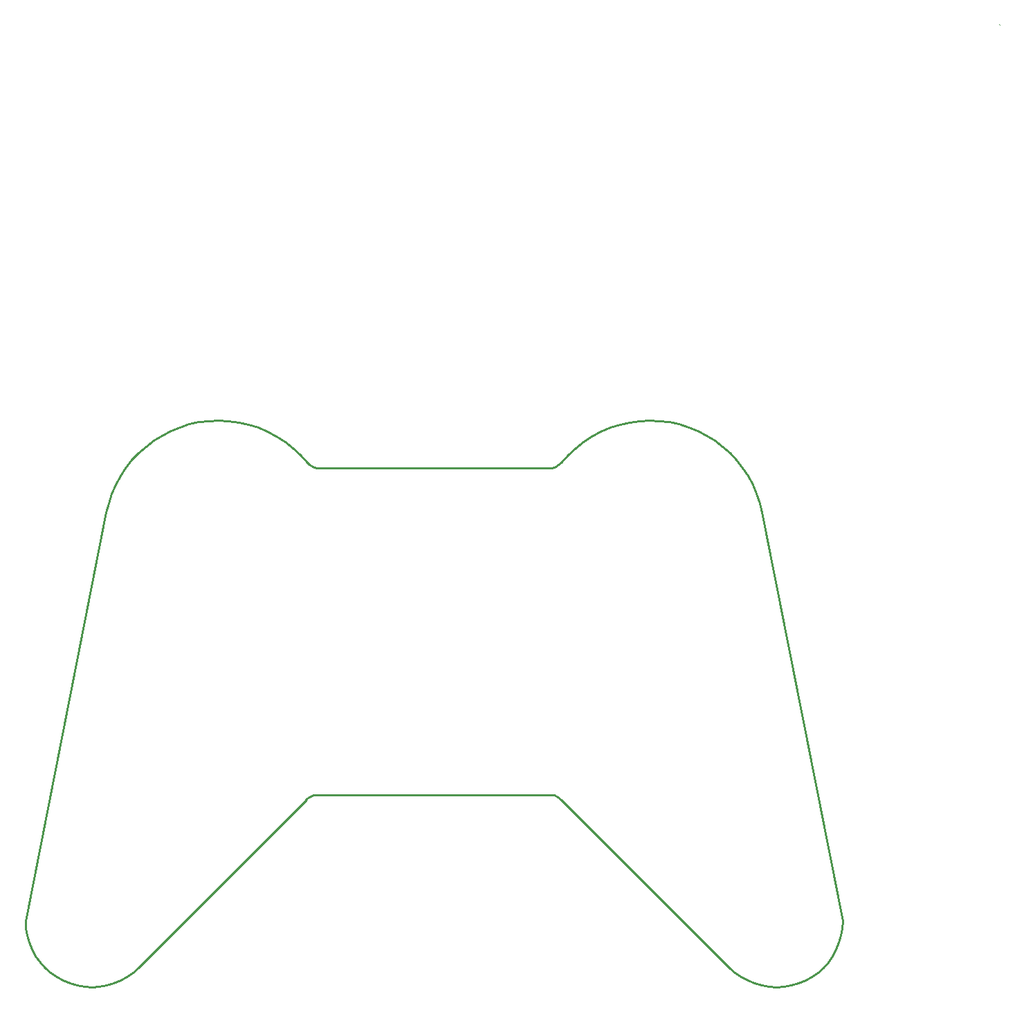
<source format=gko>
G04 Layer_Color=16711935*
%FSLAX25Y25*%
%MOIN*%
G70*
G01*
G75*
%ADD10C,0.01000*%
%ADD43C,0.00394*%
D10*
X374426Y408700D02*
X484769D01*
X372699Y408892D02*
X374426Y408700D01*
X371056Y409458D02*
X372699Y408892D01*
X369577Y410370D02*
X371056Y409458D01*
X368334Y411585D02*
X369577Y410370D01*
X365082Y415216D02*
X368334Y411585D01*
X361522Y418545D02*
X365082Y415216D01*
X357682Y421547D02*
X361522Y418545D01*
X353592Y424198D02*
X357682Y421547D01*
X349283Y426477D02*
X353592Y424198D01*
X344790Y428367D02*
X349283Y426477D01*
X340147Y429852D02*
X344790Y428367D01*
X335392Y430921D02*
X340147Y429852D01*
X330560Y431566D02*
X335392Y430921D01*
X325691Y431781D02*
X330560Y431566D01*
X320957Y431578D02*
X325691Y431781D01*
X316258Y430968D02*
X320957Y431578D01*
X311629Y429957D02*
X316258Y430968D01*
X307104Y428553D02*
X311629Y429957D01*
X302716Y426765D02*
X307104Y428553D01*
X298498Y424607D02*
X302716Y426765D01*
X294481Y422094D02*
X298498Y424607D01*
X290695Y419246D02*
X294481Y422094D01*
X287167Y416083D02*
X290695Y419246D01*
X283924Y412628D02*
X287167Y416083D01*
X280989Y408908D02*
X283924Y412628D01*
X278385Y404950D02*
X280989Y408908D01*
X276130Y400783D02*
X278385Y404950D01*
X274242Y396437D02*
X276130Y400783D01*
X272734Y391945D02*
X274242Y396437D01*
X271617Y387341D02*
X272734Y391945D01*
X232747Y190490D02*
X271617Y387341D01*
X232747Y190490D02*
X232948Y186916D01*
X233548Y183387D01*
X234539Y179947D01*
X235908Y176640D01*
X237640Y173507D01*
X239711Y170587D01*
X242097Y167918D01*
X244766Y165533D01*
X247686Y163461D01*
X250819Y161730D01*
X254126Y160360D01*
X257566Y159369D01*
X261095Y158769D01*
X264669Y158569D01*
X268243Y158769D01*
X271772Y159369D01*
X275212Y160360D01*
X278519Y161730D01*
X281652Y163461D01*
X284572Y165533D01*
X287241Y167918D01*
X368236Y248913D01*
X367970Y248962D02*
X369601Y250213D01*
X371500Y251000D01*
X373538Y251268D01*
X373804Y251220D02*
X485391D01*
X487429Y250951D01*
X489328Y250165D01*
X490959Y248913D01*
X571954Y167918D01*
X574623Y165533D01*
X577543Y163461D01*
X580676Y161730D01*
X583983Y160360D01*
X587423Y159369D01*
X590952Y158769D01*
X594526Y158569D01*
X598100Y158769D01*
X601629Y159369D01*
X605069Y160360D01*
X608377Y161730D01*
X611510Y163461D01*
X614429Y165533D01*
X617098Y167918D01*
X619484Y170587D01*
X621555Y173507D01*
X623287Y176640D01*
X624657Y179947D01*
X625648Y183387D01*
X626247Y186916D01*
X626448Y190490D01*
X587578Y387341D02*
X626448Y190490D01*
X586461Y391945D02*
X587578Y387341D01*
X584953Y396437D02*
X586461Y391945D01*
X583065Y400783D02*
X584953Y396437D01*
X580810Y404950D02*
X583065Y400783D01*
X578206Y408908D02*
X580810Y404950D01*
X575272Y412628D02*
X578206Y408908D01*
X572028Y416083D02*
X575272Y412628D01*
X568501Y419246D02*
X572028Y416083D01*
X564714Y422094D02*
X568501Y419246D01*
X560697Y424607D02*
X564714Y422094D01*
X556479Y426765D02*
X560697Y424607D01*
X552091Y428553D02*
X556479Y426765D01*
X547566Y429957D02*
X552091Y428553D01*
X542937Y430968D02*
X547566Y429957D01*
X538238Y431578D02*
X542937Y430968D01*
X533504Y431781D02*
X538238Y431578D01*
X528635Y431566D02*
X533504Y431781D01*
X523803Y430921D02*
X528635Y431566D01*
X519048Y429852D02*
X523803Y430921D01*
X514405Y428367D02*
X519048Y429852D01*
X509912Y426477D02*
X514405Y428367D01*
X505603Y424198D02*
X509912Y426477D01*
X501513Y421547D02*
X505603Y424198D01*
X497673Y418545D02*
X501513Y421547D01*
X494113Y415216D02*
X497673Y418545D01*
X490861Y411585D02*
X494113Y415216D01*
X489618Y410370D02*
X490861Y411585D01*
X488139Y409458D02*
X489618Y410370D01*
X486496Y408892D02*
X488139Y409458D01*
X484769Y408700D02*
X486496Y408892D01*
D43*
X701799Y622701D02*
X702000Y622500D01*
M02*

</source>
